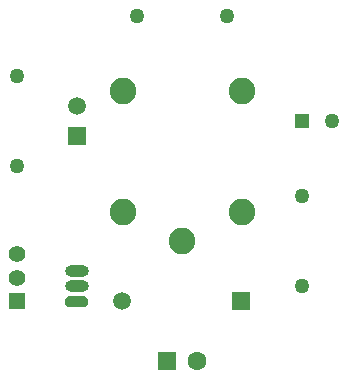
<source format=gbl>
G04 DipTrace 2.4.0.2*
%INBottom.gbl*%
%MOIN*%
%ADD15C,0.063*%
%ADD16R,0.063X0.063*%
%ADD17C,0.05*%
%ADD18C,0.05*%
%ADD19R,0.0591X0.0591*%
%ADD20C,0.0591*%
%ADD21O,0.0787X0.0394*%
%ADD22C,0.0886*%
%ADD23R,0.05X0.05*%
%ADD24R,0.0551X0.0551*%
%ADD25C,0.0551*%
%FSLAX44Y44*%
G04*
G70*
G90*
G75*
G01*
%LNBottom*%
%LPD*%
D15*
X11440Y5940D3*
D16*
X10440D3*
D17*
X14940Y8440D3*
D18*
Y11440D3*
D17*
X12440Y17440D3*
D18*
X9440D3*
D19*
X12916Y7940D3*
D20*
X8940D3*
G36*
X7145Y8137D2*
X7046Y8038D1*
Y7842D1*
X7145Y7743D1*
X7735D1*
X7834Y7842D1*
Y8038D1*
X7735Y8137D1*
X7145D1*
G37*
D21*
X7440Y8440D3*
Y8940D3*
D22*
X12940Y14940D3*
X9003D3*
Y10924D3*
X12940D3*
X10971Y9940D3*
D17*
X15940Y13940D3*
D23*
X14940D3*
D24*
X5440Y7940D3*
D25*
Y8727D3*
Y9515D3*
D19*
X7440Y13440D3*
D20*
Y14440D3*
D17*
X5440Y15440D3*
D18*
Y12440D3*
M02*

</source>
